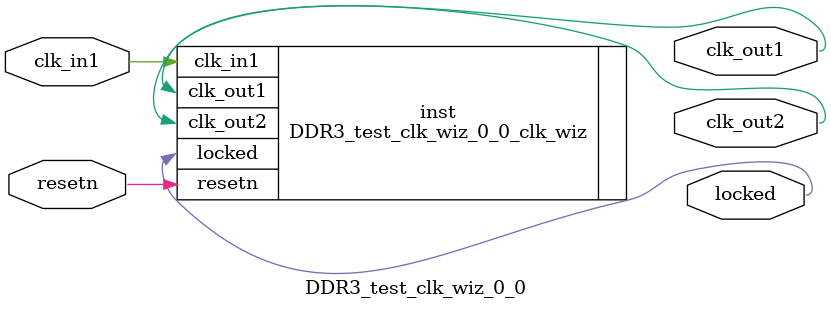
<source format=v>


`timescale 1ps/1ps

(* CORE_GENERATION_INFO = "DDR3_test_clk_wiz_0_0,clk_wiz_v5_3_3_0,{component_name=DDR3_test_clk_wiz_0_0,use_phase_alignment=true,use_min_o_jitter=false,use_max_i_jitter=false,use_dyn_phase_shift=false,use_inclk_switchover=false,use_dyn_reconfig=false,enable_axi=0,feedback_source=FDBK_AUTO,PRIMITIVE=MMCM,num_out_clk=2,clkin1_period=10.0,clkin2_period=10.0,use_power_down=false,use_reset=true,use_locked=true,use_inclk_stopped=false,feedback_type=SINGLE,CLOCK_MGR_TYPE=NA,manual_override=false}" *)

module DDR3_test_clk_wiz_0_0 
 (
  // Clock out ports
  output        clk_out1,
  output        clk_out2,
  // Status and control signals
  input         resetn,
  output        locked,
 // Clock in ports
  input         clk_in1
 );

  DDR3_test_clk_wiz_0_0_clk_wiz inst
  (
  // Clock out ports  
  .clk_out1(clk_out1),
  .clk_out2(clk_out2),
  // Status and control signals               
  .resetn(resetn), 
  .locked(locked),
 // Clock in ports
  .clk_in1(clk_in1)
  );

endmodule

</source>
